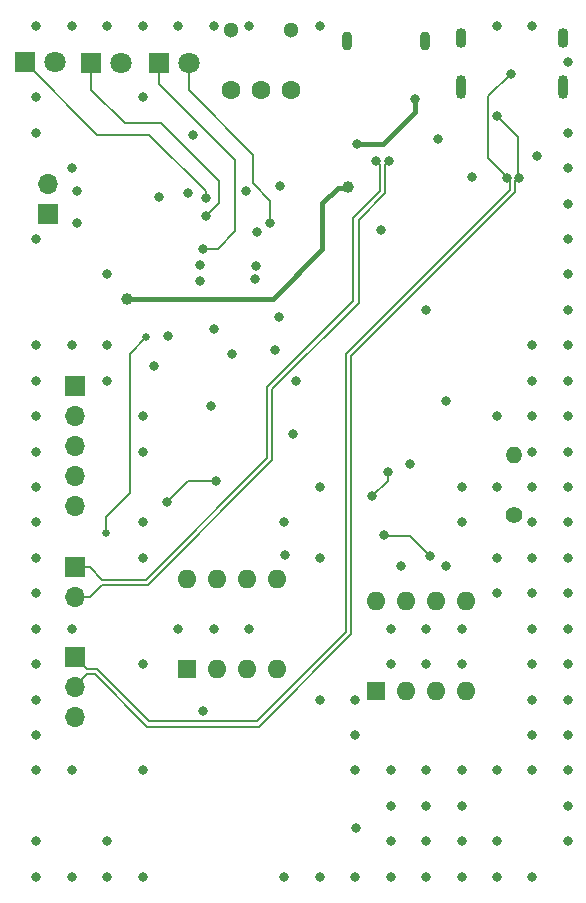
<source format=gbr>
%TF.GenerationSoftware,KiCad,Pcbnew,8.0.3*%
%TF.CreationDate,2024-07-14T14:59:13-06:00*%
%TF.ProjectId,PowerSupplyBoard,506f7765-7253-4757-9070-6c79426f6172,rev?*%
%TF.SameCoordinates,Original*%
%TF.FileFunction,Copper,L4,Bot*%
%TF.FilePolarity,Positive*%
%FSLAX46Y46*%
G04 Gerber Fmt 4.6, Leading zero omitted, Abs format (unit mm)*
G04 Created by KiCad (PCBNEW 8.0.3) date 2024-07-14 14:59:13*
%MOMM*%
%LPD*%
G01*
G04 APERTURE LIST*
%TA.AperFunction,ComponentPad*%
%ADD10O,0.900000X2.000000*%
%TD*%
%TA.AperFunction,ComponentPad*%
%ADD11O,0.900000X1.700000*%
%TD*%
%TA.AperFunction,ComponentPad*%
%ADD12R,1.600000X1.600000*%
%TD*%
%TA.AperFunction,ComponentPad*%
%ADD13O,1.600000X1.600000*%
%TD*%
%TA.AperFunction,ComponentPad*%
%ADD14O,1.700000X1.700000*%
%TD*%
%TA.AperFunction,ComponentPad*%
%ADD15R,1.700000X1.700000*%
%TD*%
%TA.AperFunction,ComponentPad*%
%ADD16R,1.800000X1.800000*%
%TD*%
%TA.AperFunction,ComponentPad*%
%ADD17C,1.800000*%
%TD*%
%TA.AperFunction,ComponentPad*%
%ADD18C,1.400000*%
%TD*%
%TA.AperFunction,ComponentPad*%
%ADD19O,1.400000X1.400000*%
%TD*%
%TA.AperFunction,ComponentPad*%
%ADD20O,0.900000X1.600000*%
%TD*%
%TA.AperFunction,ComponentPad*%
%ADD21C,1.300000*%
%TD*%
%TA.AperFunction,ComponentPad*%
%ADD22C,1.600000*%
%TD*%
%TA.AperFunction,ViaPad*%
%ADD23C,1.000000*%
%TD*%
%TA.AperFunction,ViaPad*%
%ADD24C,0.800000*%
%TD*%
%TA.AperFunction,ViaPad*%
%ADD25C,0.650000*%
%TD*%
%TA.AperFunction,Conductor*%
%ADD26C,0.200000*%
%TD*%
%TA.AperFunction,Conductor*%
%ADD27C,0.450000*%
%TD*%
G04 APERTURE END LIST*
D10*
%TO.P,J103,S1,SHIELD*%
%TO.N,GND*%
X47520000Y-6280001D03*
D11*
X47520000Y-2110001D03*
D10*
X38880000Y-6280001D03*
D11*
X38880000Y-2110001D03*
%TD*%
D12*
%TO.P,U103,1,BOOST*%
%TO.N,Net-(JP102-A)*%
X15740000Y-55540000D03*
D13*
%TO.P,U103,2,CAP+*%
%TO.N,Net-(U103-CAP+)*%
X18280000Y-55540000D03*
%TO.P,U103,3,GND*%
%TO.N,GND*%
X20819999Y-55540000D03*
%TO.P,U103,4,CAP-*%
%TO.N,Net-(U103-CAP-)*%
X23360000Y-55540000D03*
%TO.P,U103,5,VOUT*%
%TO.N,-12VA*%
X23360000Y-47920000D03*
%TO.P,U103,6,LV*%
%TO.N,unconnected-(U103-LV-Pad6)*%
X20820000Y-47920000D03*
%TO.P,U103,7,OSC*%
%TO.N,unconnected-(U103-OSC-Pad7)*%
X18280000Y-47920000D03*
%TO.P,U103,8,V+*%
%TO.N,+12V*%
X15740000Y-47920000D03*
%TD*%
D14*
%TO.P,J105,3,Pin_3*%
%TO.N,BATT_REF*%
X6200000Y-59555000D03*
%TO.P,J105,2,Pin_2*%
%TO.N,USBC_D+*%
X6200000Y-57015000D03*
D15*
%TO.P,J105,1,Pin_1*%
%TO.N,USBC_D-*%
X6200000Y-54475000D03*
%TD*%
%TO.P,J101,1,Pin_1*%
%TO.N,VBATT*%
X3950000Y-17000000D03*
D14*
%TO.P,J101,2,Pin_2*%
%TO.N,GND*%
X3950000Y-14460000D03*
%TD*%
D16*
%TO.P,D102,1,K*%
%TO.N,Net-(D102-K)*%
X7600000Y-4225000D03*
D17*
%TO.P,D102,2,A*%
%TO.N,Net-(D102-A)*%
X10140000Y-4225000D03*
%TD*%
D18*
%TO.P,R115,1*%
%TO.N,GND*%
X43375000Y-42454999D03*
D19*
%TO.P,R115,2*%
X43375000Y-37375000D03*
%TD*%
D16*
%TO.P,D101,1,K*%
%TO.N,Net-(D101-K)*%
X1950000Y-4175000D03*
D17*
%TO.P,D101,2,A*%
%TO.N,Net-(D101-A)*%
X4490000Y-4175000D03*
%TD*%
D15*
%TO.P,J104,1,Pin_1*%
%TO.N,GND*%
X6200000Y-31535000D03*
D14*
%TO.P,J104,2,Pin_2*%
%TO.N,+3.3V*%
X6200000Y-34075000D03*
%TO.P,J104,3,Pin_3*%
%TO.N,+12V*%
X6200000Y-36615000D03*
%TO.P,J104,4,Pin_4*%
%TO.N,-12V*%
X6200000Y-39155000D03*
%TO.P,J104,5,Pin_5*%
%TO.N,GND*%
X6200000Y-41695000D03*
%TD*%
D20*
%TO.P,J106,6,Shield*%
%TO.N,GND*%
X35849999Y-2325000D03*
X29250001Y-2325000D03*
%TD*%
D12*
%TO.P,U104,1,BOOST*%
%TO.N,Net-(JP103-A)*%
X31722500Y-57350000D03*
D13*
%TO.P,U104,2,CAP+*%
%TO.N,Net-(U104-CAP+)*%
X34262500Y-57350000D03*
%TO.P,U104,3,GND*%
%TO.N,GND*%
X36802499Y-57350000D03*
%TO.P,U104,4,CAP-*%
%TO.N,Net-(U104-CAP-)*%
X39342500Y-57350000D03*
%TO.P,U104,5,VOUT*%
%TO.N,-12VA*%
X39342500Y-49730000D03*
%TO.P,U104,6,LV*%
%TO.N,unconnected-(U104-LV-Pad6)*%
X36802500Y-49730000D03*
%TO.P,U104,7,OSC*%
%TO.N,unconnected-(U104-OSC-Pad7)*%
X34262500Y-49730000D03*
%TO.P,U104,8,V+*%
%TO.N,+12V*%
X31722500Y-49730000D03*
%TD*%
D16*
%TO.P,D105,1,K*%
%TO.N,Net-(D105-K)*%
X13300000Y-4225000D03*
D17*
%TO.P,D105,2,A*%
%TO.N,Net-(D105-A)*%
X15840000Y-4225000D03*
%TD*%
D21*
%TO.P,SW101,*%
%TO.N,*%
X24514201Y-1422101D03*
X19434201Y-1422100D03*
D22*
%TO.P,SW101,1,A*%
%TO.N,V_PWR*%
X24514201Y-6502100D03*
%TO.P,SW101,2,B*%
%TO.N,VCC*%
X21974201Y-6502100D03*
%TO.P,SW101,3,C*%
%TO.N,unconnected-(SW101-C-Pad3)*%
X19434202Y-6502100D03*
%TD*%
D15*
%TO.P,J102,1,Pin_1*%
%TO.N,USBM_D+*%
X6200000Y-46915000D03*
D14*
%TO.P,J102,2,Pin_2*%
%TO.N,USBM_D-*%
X6200000Y-49455000D03*
%TD*%
D23*
%TO.N,VBATT*%
X29350000Y-14750000D03*
D24*
%TO.N,USBM_D+*%
X31725000Y-12500000D03*
%TO.N,USBM_D-*%
X32775000Y-12500000D03*
%TO.N,GND*%
X36975000Y-10625000D03*
%TO.N,Net-(D108-A)*%
X30100000Y-11050000D03*
%TO.N,GND*%
X47950000Y-70119999D03*
X47950000Y-67119999D03*
X47950000Y-64119999D03*
X47950000Y-61119999D03*
X47950000Y-58119999D03*
X47950000Y-55119999D03*
X47950000Y-52119999D03*
X47950000Y-49119999D03*
X47950000Y-46119999D03*
X47950000Y-43119999D03*
X47950000Y-40119999D03*
X47950000Y-37119999D03*
X47950000Y-34119999D03*
X47950000Y-31119999D03*
X47950000Y-28119999D03*
X47950000Y-25119999D03*
X47950000Y-22119999D03*
X47950000Y-19119999D03*
X47950000Y-16119999D03*
X47950000Y-13119999D03*
X47950000Y-10119999D03*
X47950000Y-4119999D03*
X44950000Y-73119999D03*
X44950000Y-64119999D03*
X44950000Y-61119999D03*
X44950000Y-58119999D03*
X44950000Y-55119999D03*
X44950000Y-52119999D03*
X44950000Y-49119999D03*
X44950000Y-46119999D03*
X44950000Y-43119999D03*
X44950000Y-40119999D03*
X44950000Y-37119999D03*
X44950000Y-34119999D03*
X44950000Y-31119999D03*
X44950000Y-28119999D03*
X44950000Y-1119999D03*
X41950000Y-73119999D03*
X41950000Y-70119999D03*
X41950000Y-64119999D03*
X41950000Y-49119999D03*
X41950000Y-46119999D03*
X41950000Y-40119999D03*
X41950000Y-34119999D03*
X41950000Y-1119999D03*
X38950000Y-73119999D03*
X38950000Y-70119999D03*
X38950000Y-67119999D03*
X38950000Y-64119999D03*
X38950000Y-55119999D03*
X38950000Y-52119999D03*
X38950000Y-43119999D03*
X38950000Y-40119999D03*
X35950000Y-73119999D03*
X35950000Y-70119999D03*
X35950000Y-67119999D03*
X35950000Y-64119999D03*
X35950000Y-55119999D03*
X35950000Y-52119999D03*
X35950000Y-25119999D03*
X32950000Y-73119999D03*
X32950000Y-70119999D03*
X32950000Y-67119999D03*
X32950000Y-64119999D03*
X32950000Y-55119999D03*
X32950000Y-52119999D03*
X29950000Y-73119999D03*
X29950000Y-64119999D03*
X29950000Y-61119999D03*
X29950000Y-58119999D03*
X26950000Y-73119999D03*
X26950000Y-58119999D03*
X26950000Y-46119999D03*
X26950000Y-40119999D03*
X26950000Y-1119999D03*
X23950000Y-73119999D03*
X23950000Y-43119999D03*
X20950000Y-52119999D03*
X20950000Y-1119999D03*
X17950000Y-52119999D03*
X17950000Y-1119999D03*
X14950000Y-52119999D03*
X14950000Y-1119999D03*
X11950000Y-73119999D03*
X11950000Y-64119999D03*
X11950000Y-55119999D03*
X11950000Y-46119999D03*
X11950000Y-43119999D03*
X11950000Y-37119999D03*
X11950000Y-34119999D03*
X11950000Y-7119999D03*
X11950000Y-1119999D03*
X8950000Y-73119999D03*
X8950000Y-70119999D03*
X8950000Y-31119999D03*
X8950000Y-28119999D03*
X8950000Y-22119999D03*
X8950000Y-1119999D03*
X5950000Y-73119999D03*
X5950000Y-64119999D03*
X5950000Y-52119999D03*
X5950000Y-28119999D03*
X5950000Y-13119999D03*
X5950000Y-1119999D03*
X2950000Y-73119999D03*
X2950000Y-70119999D03*
X2950000Y-64119999D03*
X2950000Y-61119999D03*
X2950000Y-58119999D03*
X2950000Y-55119999D03*
X2950000Y-52119999D03*
X2950000Y-49119999D03*
X2950000Y-46119999D03*
X2950000Y-43119999D03*
X2950000Y-40119999D03*
X2950000Y-37119999D03*
X2950000Y-34119999D03*
X2950000Y-31119999D03*
X2950000Y-28119999D03*
X2950000Y-19119999D03*
X2950000Y-10119999D03*
X2950000Y-7119999D03*
X2950000Y-1119999D03*
D25*
%TO.N,BATT_REF*%
X8820000Y-44010000D03*
D24*
%TO.N,Net-(D108-A)*%
X34996250Y-7243750D03*
%TO.N,Net-(Q104B-B2)*%
X13980000Y-41420000D03*
X18170000Y-39630000D03*
%TO.N,GND*%
X6370000Y-15040000D03*
X6410000Y-17790000D03*
%TO.N,Net-(U105-Vc)*%
X31400000Y-40880000D03*
%TO.N,GND*%
X37600000Y-46790000D03*
%TO.N,Net-(C110-Pad2)*%
X32420000Y-44170000D03*
X36260000Y-45940000D03*
%TO.N,GND*%
X33810000Y-46830000D03*
X24030000Y-45850000D03*
X17060000Y-59060000D03*
X30050000Y-68970000D03*
X37650000Y-32810000D03*
X34570000Y-38140000D03*
%TO.N,Net-(U105-Vc)*%
X32710000Y-38880000D03*
%TO.N,GND*%
X24710000Y-35600000D03*
X24900000Y-31180000D03*
X23170000Y-28520000D03*
X19550000Y-28900000D03*
X17760000Y-33270000D03*
X12940000Y-29850000D03*
X15800000Y-15230000D03*
X16170000Y-10290000D03*
X13350000Y-15540000D03*
%TO.N,Net-(D102-K)*%
X17270000Y-17210000D03*
%TO.N,Net-(D101-K)*%
X17320000Y-15680000D03*
%TO.N,GND*%
X23560000Y-14670000D03*
X20720000Y-15060000D03*
%TO.N,Net-(D105-A)*%
X22740000Y-17800000D03*
%TO.N,GND*%
X21610000Y-18540000D03*
%TO.N,Net-(D105-K)*%
X17060000Y-19930000D03*
%TO.N,GND*%
X16830000Y-22670000D03*
X16840000Y-21290000D03*
X21490000Y-22500000D03*
X21540000Y-21440000D03*
X23480000Y-25740000D03*
D23*
%TO.N,VBATT*%
X10628750Y-24188750D03*
D25*
%TO.N,BATT_REF*%
X12260000Y-27460000D03*
D24*
%TO.N,GND*%
X14080000Y-27300000D03*
X18020000Y-26780000D03*
X32110000Y-18360000D03*
X39870000Y-13880000D03*
%TO.N,USBC_D+*%
X43831373Y-13948630D03*
%TO.N,USBC_D-*%
X42831429Y-13959468D03*
%TO.N,GND*%
X45370000Y-12090000D03*
%TO.N,USBC_D+*%
X41950000Y-8710000D03*
%TO.N,USBC_D-*%
X43110000Y-5130000D03*
%TD*%
D26*
%TO.N,USBM_D+*%
X7475001Y-46915000D02*
X6200000Y-46915000D01*
X22485000Y-37686800D02*
X12211800Y-47960000D01*
%TO.N,USBM_D-*%
X22935000Y-37873200D02*
X12398200Y-48410000D01*
%TO.N,USBM_D+*%
X8520001Y-47960000D02*
X7475001Y-46915000D01*
X29775000Y-24356800D02*
X22485000Y-31646800D01*
X31725000Y-12500000D02*
X32024999Y-12799999D01*
%TO.N,USBM_D-*%
X12398200Y-48410000D02*
X8520001Y-48410000D01*
%TO.N,USBM_D+*%
X32024999Y-15056801D02*
X29775000Y-17306800D01*
X12211800Y-47960000D02*
X8520001Y-47960000D01*
%TO.N,USBM_D-*%
X32475001Y-12799999D02*
X32475001Y-15243199D01*
%TO.N,USBM_D+*%
X32024999Y-12799999D02*
X32024999Y-15056801D01*
X29775000Y-17306800D02*
X29775000Y-24356800D01*
%TO.N,USBM_D-*%
X32475001Y-15243199D02*
X30225000Y-17493200D01*
%TO.N,USBM_D+*%
X22485000Y-31646800D02*
X22485000Y-37686800D01*
%TO.N,USBM_D-*%
X7475001Y-49455000D02*
X6200000Y-49455000D01*
X32775000Y-12500000D02*
X32475001Y-12799999D01*
X30225000Y-17493200D02*
X30225000Y-24543200D01*
X30225000Y-24543200D02*
X22935000Y-31833200D01*
X22935000Y-31833200D02*
X22935000Y-37873200D01*
X8520001Y-48410000D02*
X7475001Y-49455000D01*
D27*
%TO.N,VBATT*%
X28450000Y-14770000D02*
X29330000Y-14770000D01*
X29330000Y-14770000D02*
X29350000Y-14750000D01*
%TO.N,Net-(D108-A)*%
X30100000Y-11050000D02*
X32325000Y-11050000D01*
X32325000Y-11050000D02*
X34996250Y-8378750D01*
X34996250Y-8378750D02*
X34996250Y-7243750D01*
D26*
%TO.N,BATT_REF*%
X8820000Y-44010000D02*
X8820000Y-42620000D01*
X8820000Y-42620000D02*
X10850000Y-40590000D01*
X10850000Y-40590000D02*
X10850000Y-28870000D01*
X10850000Y-28870000D02*
X12260000Y-27460000D01*
%TO.N,Net-(Q104B-B2)*%
X15770000Y-39630000D02*
X16840000Y-39630000D01*
X13980000Y-41420000D02*
X15770000Y-39630000D01*
D27*
%TO.N,VBATT*%
X22961250Y-24188750D02*
X10628750Y-24188750D01*
D26*
%TO.N,USBC_D-*%
X6200000Y-54475000D02*
X7244999Y-55519999D01*
X8068199Y-55519999D02*
X12513200Y-59965000D01*
X7244999Y-55519999D02*
X8068199Y-55519999D01*
X29145000Y-28876800D02*
X43054999Y-14966801D01*
X43054999Y-14149999D02*
X41200000Y-12295000D01*
X12513200Y-59965000D02*
X21596800Y-59965000D01*
X21596800Y-59965000D02*
X29145000Y-52416800D01*
X29145000Y-52416800D02*
X29145000Y-28876800D01*
X43054999Y-14966801D02*
X43054999Y-14149999D01*
X41200000Y-12295000D02*
X41200000Y-7040000D01*
X41200000Y-7040000D02*
X43110000Y-5130000D01*
%TO.N,USBC_D+*%
X12326800Y-60415000D02*
X7881801Y-55970001D01*
X7244999Y-55970001D02*
X6200000Y-57015000D01*
X7881801Y-55970001D02*
X7244999Y-55970001D01*
X41950000Y-8710000D02*
X43705000Y-10465000D01*
X43705000Y-10465000D02*
X43705000Y-13950000D01*
X21783200Y-60415000D02*
X12326800Y-60415000D01*
X29595000Y-52603200D02*
X21783200Y-60415000D01*
X29595000Y-29063200D02*
X29595000Y-52603200D01*
X43505001Y-15153199D02*
X29595000Y-29063200D01*
X43705000Y-13950000D02*
X43505001Y-14149999D01*
X43505001Y-14149999D02*
X43505001Y-15153199D01*
D27*
%TO.N,VBATT*%
X28450000Y-14770000D02*
X27170000Y-16050000D01*
X27170000Y-16050000D02*
X27170000Y-19980000D01*
X27170000Y-19980000D02*
X22961250Y-24188750D01*
D26*
%TO.N,Net-(U105-Vc)*%
X31400000Y-40880000D02*
X32710000Y-39570000D01*
X32710000Y-39570000D02*
X32710000Y-38880000D01*
%TO.N,Net-(C110-Pad2)*%
X32420000Y-44170000D02*
X32500000Y-44250000D01*
X32500000Y-44250000D02*
X34570000Y-44250000D01*
X34570000Y-44250000D02*
X36260000Y-45940000D01*
%TO.N,Net-(D101-K)*%
X17320000Y-15680000D02*
X17320000Y-15090000D01*
X17320000Y-15090000D02*
X12510000Y-10280000D01*
X8055000Y-10280000D02*
X1950000Y-4175000D01*
X12510000Y-10280000D02*
X8055000Y-10280000D01*
%TO.N,Net-(D102-K)*%
X17270000Y-17210000D02*
X18370000Y-16110000D01*
X13490000Y-9340000D02*
X10460000Y-9340000D01*
X7600000Y-6480000D02*
X7600000Y-4225000D01*
X10460000Y-9340000D02*
X7600000Y-6480000D01*
X18370000Y-14220000D02*
X13490000Y-9340000D01*
X18370000Y-16110000D02*
X18370000Y-14220000D01*
%TO.N,Net-(D105-K)*%
X18300000Y-19930000D02*
X19750000Y-18480000D01*
X19750000Y-18480000D02*
X19750000Y-12450000D01*
X17060000Y-19930000D02*
X18300000Y-19930000D01*
X19750000Y-12450000D02*
X13300000Y-6000000D01*
X13300000Y-6000000D02*
X13300000Y-4225000D01*
%TO.N,Net-(D105-A)*%
X21280000Y-11970000D02*
X15840000Y-6530000D01*
X22740000Y-15880000D02*
X21280000Y-14420000D01*
X15840000Y-6530000D02*
X15840000Y-4225000D01*
X22740000Y-17800000D02*
X22740000Y-15880000D01*
X21280000Y-14420000D02*
X21280000Y-11970000D01*
%TO.N,Net-(Q104B-B2)*%
X16840000Y-39630000D02*
X18170000Y-39630000D01*
%TD*%
M02*

</source>
